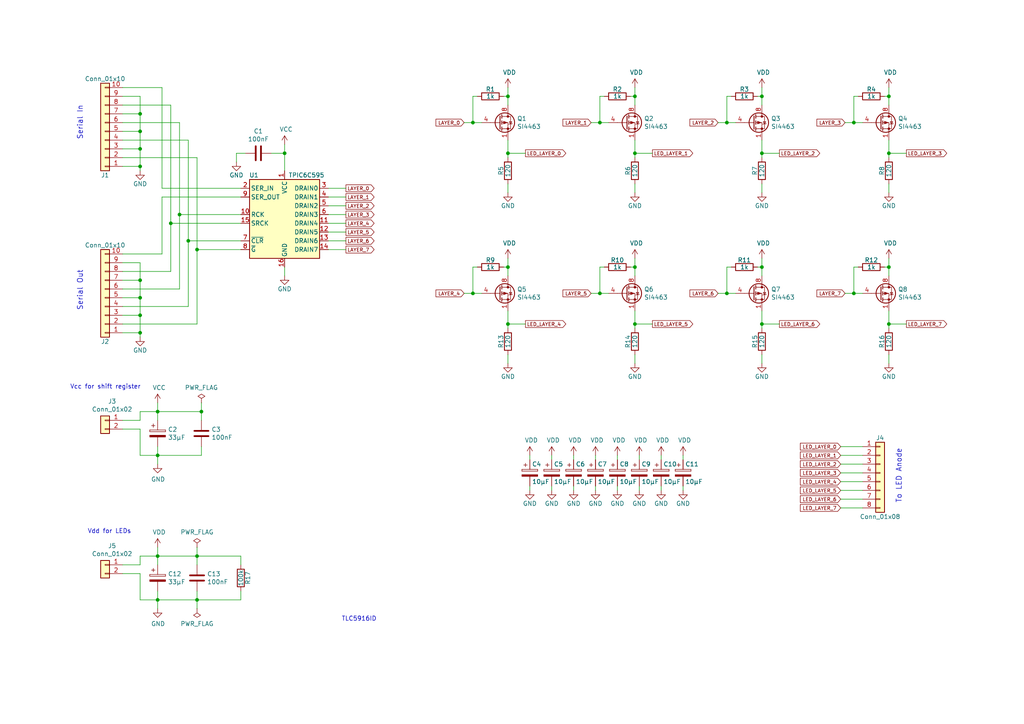
<source format=kicad_sch>
(kicad_sch (version 20230121) (generator eeschema)
  (paper "A4")
  (lib_symbols
    (symbol "Connector_Generic:Conn_01x02" (pin_names (offset 1.016) hide)
      (property "Reference" "J" (at 0 2.54 0))
      (property "Value" "Conn_01x02" (at 0 -5.08 0))
      (symbol "Conn_01x02_1_1"
        (rectangle (start -1.27 -2.413) (end 0 -2.667) (stroke (width 0.1524)))
        (rectangle (start -1.27 0.127) (end 0 -0.127) (stroke (width 0.1524)))
        (rectangle (start -1.27 1.27) (end 1.27 -3.81) (stroke (width 0.254)) (fill (type background)))
        (pin passive line (at -5.08 0 0) (length 3.81) (name "Pin_1") (number "1"))
        (pin passive line (at -5.08 -2.54 0) (length 3.81) (name "Pin_2") (number "2"))
      )
    )
    (symbol "Device:C" (pin_numbers hide) (pin_names (offset 0.254))
      (property "Reference" "C" (at 0.635 2.54 0))
      (property "Value" "C" (at 0.635 -2.54 0))
      (symbol "C_0_1"
        (polyline (pts (xy -2.032 -0.762) (xy 2.032 -0.762)) (stroke (width 0.508)))
        (polyline (pts (xy -2.032 0.762) (xy 2.032 0.762)) (stroke (width 0.508)))
      )
      (symbol "C_1_1"
        (pin passive line (at 0 3.81 270) (length 2.794) (name "~") (number "1"))
        (pin passive line (at 0 -3.81 90) (length 2.794) (name "~") (number "2"))
      )
    )
    (symbol "highSideDriver-rescue:CP" (pin_numbers hide) (pin_names (offset 0.254))
      (property "Reference" "C" (at 0.635 2.54 0))
      (property "Value" "CP" (at 0.635 -2.54 0))
      (symbol "CP_0_1"
        (rectangle (start -2.286 0.508) (end -2.286 1.016))
        (rectangle (start -2.286 0.508) (end 2.286 0.508))
        (polyline (pts (xy -1.778 2.286) (xy -0.762 2.286)))
        (polyline (pts (xy -1.27 2.794) (xy -1.27 1.778)))
        (rectangle (start 2.286 -0.508) (end -2.286 -1.016) (fill (type outline)))
        (rectangle (start 2.286 1.016) (end -2.286 1.016))
        (rectangle (start 2.286 1.016) (end 2.286 0.508))
      )
      (symbol "CP_1_1"
        (pin passive line (at 0 3.81 270) (length 2.794) (name "~") (number "1"))
        (pin passive line (at 0 -3.81 90) (length 2.794) (name "~") (number "2"))
      )
    )
    (symbol "highSideDriver-rescue:CP-Device" (pin_numbers hide) (pin_names (offset 0.254))
      (property "Reference" "C" (at 0.635 2.54 0))
      (property "Value" "Device:CP" (at 0.635 -2.54 0))
      (symbol "CP-Device_0_1"
        (rectangle (start -2.286 0.508) (end -2.286 1.016))
        (rectangle (start -2.286 0.508) (end 2.286 0.508))
        (polyline (pts (xy -1.778 2.286) (xy -0.762 2.286)))
        (polyline (pts (xy -1.27 2.794) (xy -1.27 1.778)))
        (rectangle (start 2.286 -0.508) (end -2.286 -1.016) (fill (type outline)))
        (rectangle (start 2.286 1.016) (end -2.286 1.016))
        (rectangle (start 2.286 1.016) (end 2.286 0.508))
      )
      (symbol "CP-Device_1_1"
        (pin passive line (at 0 3.81 270) (length 2.794) (name "~") (number "1"))
        (pin passive line (at 0 -3.81 90) (length 2.794) (name "~") (number "2"))
      )
    )
    (symbol "highSideDriver-rescue:Conn_01x08" (pin_names (offset 1.016) hide)
      (property "Reference" "J" (at 0 10.16 0))
      (property "Value" "Conn_01x08" (at 0 -12.7 0))
      (symbol "Conn_01x08_1_1"
        (rectangle (start -1.27 -10.033) (end 0 -10.287) (stroke (width 0.1524)))
        (rectangle (start -1.27 -7.493) (end 0 -7.747) (stroke (width 0.1524)))
        (rectangle (start -1.27 -4.953) (end 0 -5.207) (stroke (width 0.1524)))
        (rectangle (start -1.27 -2.413) (end 0 -2.667) (stroke (width 0.1524)))
        (rectangle (start -1.27 0.127) (end 0 -0.127) (stroke (width 0.1524)))
        (rectangle (start -1.27 2.667) (end 0 2.413) (stroke (width 0.1524)))
        (rectangle (start -1.27 5.207) (end 0 4.953) (stroke (width 0.1524)))
        (rectangle (start -1.27 7.747) (end 0 7.493) (stroke (width 0.1524)))
        (rectangle (start -1.27 8.89) (end 1.27 -11.43) (stroke (width 0.254)) (fill (type background)))
        (pin passive line (at -5.08 7.62 0) (length 3.81) (name "Pin_1") (number "1"))
        (pin passive line (at -5.08 5.08 0) (length 3.81) (name "Pin_2") (number "2"))
        (pin passive line (at -5.08 2.54 0) (length 3.81) (name "Pin_3") (number "3"))
        (pin passive line (at -5.08 0 0) (length 3.81) (name "Pin_4") (number "4"))
        (pin passive line (at -5.08 -2.54 0) (length 3.81) (name "Pin_5") (number "5"))
        (pin passive line (at -5.08 -5.08 0) (length 3.81) (name "Pin_6") (number "6"))
        (pin passive line (at -5.08 -7.62 0) (length 3.81) (name "Pin_7") (number "7"))
        (pin passive line (at -5.08 -10.16 0) (length 3.81) (name "Pin_8") (number "8"))
      )
    )
    (symbol "highSideDriver-rescue:Conn_01x10" (pin_names (offset 1.016) hide)
      (property "Reference" "J" (at 0 12.7 0))
      (property "Value" "Conn_01x10" (at 0 -15.24 0))
      (symbol "Conn_01x10_1_1"
        (rectangle (start -1.27 -12.573) (end 0 -12.827) (stroke (width 0.1524)))
        (rectangle (start -1.27 -10.033) (end 0 -10.287) (stroke (width 0.1524)))
        (rectangle (start -1.27 -7.493) (end 0 -7.747) (stroke (width 0.1524)))
        (rectangle (start -1.27 -4.953) (end 0 -5.207) (stroke (width 0.1524)))
        (rectangle (start -1.27 -2.413) (end 0 -2.667) (stroke (width 0.1524)))
        (rectangle (start -1.27 0.127) (end 0 -0.127) (stroke (width 0.1524)))
        (rectangle (start -1.27 2.667) (end 0 2.413) (stroke (width 0.1524)))
        (rectangle (start -1.27 5.207) (end 0 4.953) (stroke (width 0.1524)))
        (rectangle (start -1.27 7.747) (end 0 7.493) (stroke (width 0.1524)))
        (rectangle (start -1.27 10.287) (end 0 10.033) (stroke (width 0.1524)))
        (rectangle (start -1.27 11.43) (end 1.27 -13.97) (stroke (width 0.254)) (fill (type background)))
        (pin passive line (at -5.08 10.16 0) (length 3.81) (name "Pin_1") (number "1"))
        (pin passive line (at -5.08 -12.7 0) (length 3.81) (name "Pin_10") (number "10"))
        (pin passive line (at -5.08 7.62 0) (length 3.81) (name "Pin_2") (number "2"))
        (pin passive line (at -5.08 5.08 0) (length 3.81) (name "Pin_3") (number "3"))
        (pin passive line (at -5.08 2.54 0) (length 3.81) (name "Pin_4") (number "4"))
        (pin passive line (at -5.08 0 0) (length 3.81) (name "Pin_5") (number "5"))
        (pin passive line (at -5.08 -2.54 0) (length 3.81) (name "Pin_6") (number "6"))
        (pin passive line (at -5.08 -5.08 0) (length 3.81) (name "Pin_7") (number "7"))
        (pin passive line (at -5.08 -7.62 0) (length 3.81) (name "Pin_8") (number "8"))
        (pin passive line (at -5.08 -10.16 0) (length 3.81) (name "Pin_9") (number "9"))
      )
    )
    (symbol "highSideDriver-rescue:R" (pin_numbers hide) (pin_names (offset 0))
      (property "Reference" "R" (at 2.032 0 90))
      (property "Value" "R" (at 0 0 90))
      (symbol "R_0_1"
        (rectangle (start -1.016 -2.54) (end 1.016 2.54) (stroke (width 0.254)))
      )
      (symbol "R_1_1"
        (pin passive line (at 0 3.81 270) (length 1.27) (name "~") (number "1"))
        (pin passive line (at 0 -3.81 90) (length 1.27) (name "~") (number "2"))
      )
    )
    (symbol "highSideDriver-rescue:SI4463-00_cosi_transistor" (pin_names (offset 0) hide)
      (property "Reference" "Q" (at 5.08 1.905 0))
      (property "Value" "00_cosi_transistor:SI4463" (at 5.08 0 0))
      (symbol "SI4463-00_cosi_transistor_1_1"
        (polyline (pts (xy -2.54 0) (xy 0.254 0)))
        (polyline (pts (xy 0.762 -1.778) (xy 2.54 -1.778)))
        (polyline (pts (xy 0.762 -1.27) (xy 0.762 -2.286)) (stroke (width 0.254)))
        (polyline (pts (xy 0.762 0) (xy 2.54 0)))
        (polyline (pts (xy 0.762 0.508) (xy 0.762 -0.508)) (stroke (width 0.254)))
        (polyline (pts (xy 0.762 1.778) (xy 2.54 1.778)))
        (polyline (pts (xy 0.762 2.286) (xy 0.762 1.27)) (stroke (width 0.254)))
        (polyline (pts (xy 2.54 -1.778) (xy 2.54 -2.54)))
        (polyline (pts (xy 2.54 -1.778) (xy 2.54 0)))
        (polyline (pts (xy 2.54 2.54) (xy 2.54 1.778)))
        (polyline (pts (xy 0.254 1.905) (xy 0.254 -1.905) (xy 0.254 -1.905)) (stroke (width 0.254)))
        (polyline (pts (xy 2.286 0) (xy 1.27 -0.381) (xy 1.27 0.381) (xy 2.286 0)) (fill (type outline)))
        (polyline (pts (xy 2.54 -1.778) (xy 3.302 -1.778) (xy 3.302 1.778) (xy 2.54 1.778)))
        (polyline (pts (xy 2.794 -0.508) (xy 2.921 -0.381) (xy 3.683 -0.381) (xy 3.81 -0.254)))
        (polyline (pts (xy 3.302 -0.381) (xy 2.921 0.254) (xy 3.683 0.254) (xy 3.302 -0.381)))
        (circle (center 1.651 0) (radius 2.8194) (stroke (width 0.254)))
        (circle (center 2.54 -1.778) (radius 0.2794) (fill (type outline)))
        (circle (center 2.54 1.778) (radius 0.2794) (fill (type outline)))
        (pin passive line (at 2.54 -5.08 90) (length 2.54) (name "S") (number "1"))
        (pin passive line (at 2.54 -5.08 90) (length 2.54) hide (name "S") (number "2"))
        (pin passive line (at 2.54 -5.08 90) (length 2.54) hide (name "S") (number "3"))
        (pin passive line (at -5.08 0 0) (length 2.54) (name "G") (number "4"))
        (pin passive line (at 2.54 5.08 270) (length 2.54) hide (name "D") (number "5"))
        (pin passive line (at 2.54 5.08 270) (length 2.54) hide (name "D") (number "6"))
        (pin passive line (at 2.54 5.08 270) (length 2.54) hide (name "D") (number "7"))
        (pin passive line (at 2.54 5.08 270) (length 2.54) (name "D") (number "8"))
      )
    )
    (symbol "highSideDriver-rescue:TPIC6C595" (pin_names (offset 0.381))
      (property "Reference" "U" (at -8.89 12.7 0))
      (property "Value" "TPIC6C595" (at 6.35 12.7 0))
      (symbol "TPIC6C595_0_1"
        (rectangle (start -10.16 11.43) (end 10.16 -11.43) (stroke (width 0.254)) (fill (type background)))
      )
      (symbol "TPIC6C595_1_1"
        (pin power_in line (at 0 13.97 270) (length 2.54) (name "VCC") (number "1"))
        (pin input line (at -12.7 1.27 0) (length 2.54) (name "RCK") (number "10"))
        (pin open_collector line (at 12.7 -1.27 180) (length 2.54) (name "DRAIN4") (number "11"))
        (pin open_collector line (at 12.7 -3.81 180) (length 2.54) (name "DRAIN5") (number "12"))
        (pin open_collector line (at 12.7 -6.35 180) (length 2.54) (name "DRAIN6") (number "13"))
        (pin open_collector line (at 12.7 -8.89 180) (length 2.54) (name "DRAIN7") (number "14"))
        (pin input line (at -12.7 -1.27 0) (length 2.54) (name "SRCK") (number "15"))
        (pin power_in line (at 0 -13.97 90) (length 2.54) (name "GND") (number "16"))
        (pin input line (at -12.7 8.89 0) (length 2.54) (name "SER_IN") (number "2"))
        (pin open_collector line (at 12.7 8.89 180) (length 2.54) (name "DRAIN0") (number "3"))
        (pin open_collector line (at 12.7 6.35 180) (length 2.54) (name "DRAIN1") (number "4"))
        (pin open_collector line (at 12.7 3.81 180) (length 2.54) (name "DRAIN2") (number "5"))
        (pin open_collector line (at 12.7 1.27 180) (length 2.54) (name "DRAIN3") (number "6"))
        (pin input line (at -12.7 -6.35 0) (length 2.54) (name "~{CLR}") (number "7"))
        (pin input line (at -12.7 -8.89 0) (length 2.54) (name "~{G}") (number "8"))
        (pin input line (at -12.7 6.35 0) (length 2.54) (name "SER_OUT") (number "9"))
      )
    )
    (symbol "power:GND" (power) (pin_names (offset 0))
      (property "Value" "GND" (at 0 -3.81 0))
      (symbol "GND_0_1"
        (polyline (pts (xy 0 0) (xy 0 -1.27) (xy 1.27 -1.27) (xy 0 -2.54) (xy -1.27 -1.27) (xy 0 -1.27)))
      )
      (symbol "GND_1_1"
        (pin power_in line (at 0 0 270) (length 0) hide (name "GND") (number "1"))
      )
    )
    (symbol "power:PWR_FLAG" (power) (pin_numbers hide) (pin_names (offset 0) hide)
      (property "Value" "PWR_FLAG" (at 0 3.81 0))
      (symbol "PWR_FLAG_0_0"
        (pin power_out line (at 0 0 90) (length 0) (name "pwr") (number "1"))
      )
      (symbol "PWR_FLAG_0_1"
        (polyline (pts (xy 0 0) (xy 0 1.27) (xy -1.016 1.905) (xy 0 2.54) (xy 1.016 1.905) (xy 0 1.27)))
      )
    )
    (symbol "power:VCC" (power) (pin_names (offset 0))
      (property "Value" "VCC" (at 0 3.81 0))
      (symbol "VCC_0_1"
        (polyline (pts (xy -0.762 1.27) (xy 0 2.54)))
        (polyline (pts (xy 0 0) (xy 0 2.54)))
        (polyline (pts (xy 0 2.54) (xy 0.762 1.27)))
      )
      (symbol "VCC_1_1"
        (pin power_in line (at 0 0 90) (length 0) hide (name "VCC") (number "1"))
      )
    )
    (symbol "power:VDD" (power) (pin_names (offset 0))
      (property "Value" "VDD" (at 0 3.81 0))
      (symbol "VDD_0_1"
        (polyline (pts (xy -0.762 1.27) (xy 0 2.54)))
        (polyline (pts (xy 0 0) (xy 0 2.54)))
        (polyline (pts (xy 0 2.54) (xy 0.762 1.27)))
      )
      (symbol "VDD_1_1"
        (pin power_in line (at 0 0 90) (length 0) hide (name "VDD") (number "1"))
      )
    )
  )
  (junction (at 45.72 161.29))
  (junction (at 184.15 77.47))
  (junction (at 257.81 44.45))
  (junction (at 57.15 161.29))
  (junction (at 247.65 85.09))
  (junction (at 45.72 173.99))
  (junction (at 257.81 93.98))
  (junction (at 184.15 44.45))
  (junction (at 220.98 77.47))
  (junction (at 52.07 62.23))
  (junction (at 147.32 44.45))
  (junction (at 257.81 77.47))
  (junction (at 210.82 35.56))
  (junction (at 40.64 48.26))
  (junction (at 58.42 119.38))
  (junction (at 247.65 35.56))
  (junction (at 40.64 33.02))
  (junction (at 40.64 86.36))
  (junction (at 173.99 85.09))
  (junction (at 54.61 69.85))
  (junction (at 220.98 44.45))
  (junction (at 49.53 64.77))
  (junction (at 220.98 27.94))
  (junction (at 147.32 77.47))
  (junction (at 82.55 44.45))
  (junction (at 57.15 173.99))
  (junction (at 147.32 27.94))
  (junction (at 220.98 93.98))
  (junction (at 40.64 38.1))
  (junction (at 147.32 93.98))
  (junction (at 40.64 91.44))
  (junction (at 40.64 96.52))
  (junction (at 257.81 27.94))
  (junction (at 45.72 119.38))
  (junction (at 45.72 132.08))
  (junction (at 210.82 85.09))
  (junction (at 184.15 93.98))
  (junction (at 57.15 72.39))
  (junction (at 137.16 85.09))
  (junction (at 40.64 81.28))
  (junction (at 40.64 43.18))
  (junction (at 173.99 35.56))
  (junction (at 184.15 27.94))
  (junction (at 137.16 35.56))
  (wire (pts (xy 35.56 45.72) (xy 57.15 45.72)))
  (wire (pts (xy 40.64 76.2) (xy 40.64 81.28)))
  (wire (pts (xy 173.99 27.94) (xy 173.99 35.56)))
  (wire (pts (xy 220.98 74.93) (xy 220.98 77.47)))
  (wire (pts (xy 147.32 44.45) (xy 152.4 44.45)))
  (wire (pts (xy 247.65 35.56) (xy 250.19 35.56)))
  (wire (pts (xy 100.33 64.77) (xy 95.25 64.77)))
  (wire (pts (xy 257.81 53.34) (xy 257.81 55.88)))
  (wire (pts (xy 46.99 25.4) (xy 35.56 25.4)))
  (wire (pts (xy 147.32 40.64) (xy 147.32 44.45)))
  (wire (pts (xy 45.72 161.29) (xy 57.15 161.29)))
  (wire (pts (xy 35.56 40.64) (xy 54.61 40.64)))
  (wire (pts (xy 35.56 76.2) (xy 40.64 76.2)))
  (wire (pts (xy 172.72 132.08) (xy 172.72 133.35)))
  (wire (pts (xy 257.81 27.94) (xy 257.81 30.48)))
  (wire (pts (xy 147.32 25.4) (xy 147.32 27.94)))
  (wire (pts (xy 40.64 43.18) (xy 40.64 48.26)))
  (wire (pts (xy 100.33 69.85) (xy 95.25 69.85)))
  (wire (pts (xy 40.64 86.36) (xy 40.64 91.44)))
  (wire (pts (xy 95.25 62.23) (xy 100.33 62.23)))
  (wire (pts (xy 57.15 158.75) (xy 57.15 161.29)))
  (wire (pts (xy 184.15 40.64) (xy 184.15 44.45)))
  (wire (pts (xy 58.42 119.38) (xy 58.42 121.92)))
  (wire (pts (xy 40.64 86.36) (xy 35.56 86.36)))
  (wire (pts (xy 40.64 91.44) (xy 40.64 96.52)))
  (wire (pts (xy 184.15 25.4) (xy 184.15 27.94)))
  (wire (pts (xy 247.65 27.94) (xy 247.65 35.56)))
  (wire (pts (xy 95.25 67.31) (xy 100.33 67.31)))
  (wire (pts (xy 184.15 53.34) (xy 184.15 55.88)))
  (wire (pts (xy 147.32 53.34) (xy 147.32 55.88)))
  (wire (pts (xy 45.72 171.45) (xy 45.72 173.99)))
  (wire (pts (xy 95.25 72.39) (xy 100.33 72.39)))
  (wire (pts (xy 245.11 35.56) (xy 247.65 35.56)))
  (wire (pts (xy 57.15 93.98) (xy 35.56 93.98)))
  (wire (pts (xy 210.82 77.47) (xy 212.09 77.47)))
  (wire (pts (xy 147.32 74.93) (xy 147.32 77.47)))
  (wire (pts (xy 220.98 40.64) (xy 220.98 44.45)))
  (wire (pts (xy 45.72 161.29) (xy 40.64 161.29)))
  (wire (pts (xy 191.77 142.24) (xy 191.77 140.97)))
  (wire (pts (xy 257.81 77.47) (xy 257.81 80.01)))
  (wire (pts (xy 40.64 81.28) (xy 35.56 81.28)))
  (wire (pts (xy 257.81 74.93) (xy 257.81 77.47)))
  (wire (pts (xy 137.16 35.56) (xy 139.7 35.56)))
  (wire (pts (xy 82.55 44.45) (xy 78.74 44.45)))
  (wire (pts (xy 40.64 166.37) (xy 40.64 173.99)))
  (wire (pts (xy 160.02 132.08) (xy 160.02 133.35)))
  (wire (pts (xy 46.99 57.15) (xy 46.99 73.66)))
  (wire (pts (xy 220.98 93.98) (xy 220.98 95.25)))
  (wire (pts (xy 57.15 72.39) (xy 57.15 93.98)))
  (wire (pts (xy 257.81 90.17) (xy 257.81 93.98)))
  (wire (pts (xy 40.64 161.29) (xy 40.64 163.83)))
  (wire (pts (xy 220.98 44.45) (xy 226.06 44.45)))
  (wire (pts (xy 220.98 93.98) (xy 226.06 93.98)))
  (wire (pts (xy 153.67 133.35) (xy 153.67 132.08)))
  (wire (pts (xy 35.56 38.1) (xy 40.64 38.1)))
  (wire (pts (xy 35.56 43.18) (xy 40.64 43.18)))
  (wire (pts (xy 172.72 142.24) (xy 172.72 140.97)))
  (wire (pts (xy 45.72 132.08) (xy 58.42 132.08)))
  (wire (pts (xy 69.85 57.15) (xy 46.99 57.15)))
  (wire (pts (xy 100.33 59.69) (xy 95.25 59.69)))
  (wire (pts (xy 166.37 142.24) (xy 166.37 140.97)))
  (wire (pts (xy 243.84 144.78) (xy 250.19 144.78)))
  (wire (pts (xy 248.92 27.94) (xy 247.65 27.94)))
  (wire (pts (xy 40.64 91.44) (xy 35.56 91.44)))
  (wire (pts (xy 175.26 27.94) (xy 173.99 27.94)))
  (wire (pts (xy 245.11 85.09) (xy 247.65 85.09)))
  (wire (pts (xy 146.05 27.94) (xy 147.32 27.94)))
  (wire (pts (xy 210.82 27.94) (xy 212.09 27.94)))
  (wire (pts (xy 40.64 124.46) (xy 40.64 132.08)))
  (wire (pts (xy 40.64 38.1) (xy 40.64 43.18)))
  (wire (pts (xy 191.77 132.08) (xy 191.77 133.35)))
  (wire (pts (xy 40.64 48.26) (xy 40.64 49.53)))
  (wire (pts (xy 173.99 77.47) (xy 173.99 85.09)))
  (wire (pts (xy 40.64 33.02) (xy 40.64 38.1)))
  (wire (pts (xy 52.07 35.56) (xy 52.07 62.23)))
  (wire (pts (xy 45.72 116.84) (xy 45.72 119.38)))
  (wire (pts (xy 257.81 93.98) (xy 257.81 95.25)))
  (wire (pts (xy 184.15 93.98) (xy 189.23 93.98)))
  (wire (pts (xy 57.15 176.53) (xy 57.15 173.99)))
  (wire (pts (xy 147.32 27.94) (xy 147.32 30.48)))
  (wire (pts (xy 256.54 27.94) (xy 257.81 27.94)))
  (wire (pts (xy 210.82 85.09) (xy 213.36 85.09)))
  (wire (pts (xy 208.28 85.09) (xy 210.82 85.09)))
  (wire (pts (xy 49.53 78.74) (xy 35.56 78.74)))
  (wire (pts (xy 46.99 25.4) (xy 46.99 54.61)))
  (wire (pts (xy 220.98 90.17) (xy 220.98 93.98)))
  (wire (pts (xy 82.55 44.45) (xy 82.55 49.53)))
  (wire (pts (xy 138.43 77.47) (xy 137.16 77.47)))
  (wire (pts (xy 147.32 102.87) (xy 147.32 105.41)))
  (wire (pts (xy 184.15 44.45) (xy 184.15 45.72)))
  (wire (pts (xy 220.98 27.94) (xy 220.98 30.48)))
  (wire (pts (xy 184.15 74.93) (xy 184.15 77.47)))
  (wire (pts (xy 185.42 142.24) (xy 185.42 140.97)))
  (wire (pts (xy 35.56 163.83) (xy 40.64 163.83)))
  (wire (pts (xy 250.19 137.16) (xy 243.84 137.16)))
  (wire (pts (xy 184.15 77.47) (xy 184.15 80.01)))
  (wire (pts (xy 54.61 69.85) (xy 69.85 69.85)))
  (wire (pts (xy 95.25 57.15) (xy 100.33 57.15)))
  (wire (pts (xy 68.58 46.99) (xy 68.58 44.45)))
  (wire (pts (xy 35.56 48.26) (xy 40.64 48.26)))
  (wire (pts (xy 257.81 40.64) (xy 257.81 44.45)))
  (wire (pts (xy 182.88 27.94) (xy 184.15 27.94)))
  (wire (pts (xy 137.16 77.47) (xy 137.16 85.09)))
  (wire (pts (xy 45.72 119.38) (xy 45.72 121.92)))
  (wire (pts (xy 82.55 41.91) (xy 82.55 44.45)))
  (wire (pts (xy 257.81 44.45) (xy 257.81 45.72)))
  (wire (pts (xy 40.64 132.08) (xy 45.72 132.08)))
  (wire (pts (xy 220.98 77.47) (xy 220.98 80.01)))
  (wire (pts (xy 247.65 77.47) (xy 247.65 85.09)))
  (wire (pts (xy 198.12 142.24) (xy 198.12 140.97)))
  (wire (pts (xy 184.15 102.87) (xy 184.15 105.41)))
  (wire (pts (xy 49.53 64.77) (xy 69.85 64.77)))
  (wire (pts (xy 171.45 85.09) (xy 173.99 85.09)))
  (wire (pts (xy 166.37 132.08) (xy 166.37 133.35)))
  (wire (pts (xy 184.15 77.47) (xy 182.88 77.47)))
  (wire (pts (xy 243.84 139.7) (xy 250.19 139.7)))
  (wire (pts (xy 160.02 142.24) (xy 160.02 140.97)))
  (wire (pts (xy 173.99 85.09) (xy 176.53 85.09)))
  (wire (pts (xy 35.56 166.37) (xy 40.64 166.37)))
  (wire (pts (xy 184.15 93.98) (xy 184.15 95.25)))
  (wire (pts (xy 257.81 77.47) (xy 256.54 77.47)))
  (wire (pts (xy 54.61 40.64) (xy 54.61 69.85)))
  (wire (pts (xy 45.72 134.62) (xy 45.72 132.08)))
  (wire (pts (xy 171.45 35.56) (xy 173.99 35.56)))
  (wire (pts (xy 137.16 27.94) (xy 137.16 35.56)))
  (wire (pts (xy 40.64 27.94) (xy 40.64 33.02)))
  (wire (pts (xy 40.64 119.38) (xy 40.64 121.92)))
  (wire (pts (xy 69.85 72.39) (xy 57.15 72.39)))
  (wire (pts (xy 220.98 44.45) (xy 220.98 45.72)))
  (wire (pts (xy 210.82 27.94) (xy 210.82 35.56)))
  (wire (pts (xy 46.99 54.61) (xy 69.85 54.61)))
  (wire (pts (xy 40.64 81.28) (xy 40.64 86.36)))
  (wire (pts (xy 45.72 161.29) (xy 45.72 163.83)))
  (wire (pts (xy 134.62 85.09) (xy 137.16 85.09)))
  (wire (pts (xy 184.15 44.45) (xy 189.23 44.45)))
  (wire (pts (xy 198.12 132.08) (xy 198.12 133.35)))
  (wire (pts (xy 46.99 73.66) (xy 35.56 73.66)))
  (wire (pts (xy 147.32 93.98) (xy 152.4 93.98)))
  (wire (pts (xy 45.72 129.54) (xy 45.72 132.08)))
  (wire (pts (xy 57.15 173.99) (xy 57.15 171.45)))
  (wire (pts (xy 220.98 25.4) (xy 220.98 27.94)))
  (wire (pts (xy 184.15 27.94) (xy 184.15 30.48)))
  (wire (pts (xy 57.15 161.29) (xy 69.85 161.29)))
  (wire (pts (xy 248.92 77.47) (xy 247.65 77.47)))
  (wire (pts (xy 134.62 35.56) (xy 137.16 35.56)))
  (wire (pts (xy 220.98 102.87) (xy 220.98 105.41)))
  (wire (pts (xy 147.32 90.17) (xy 147.32 93.98)))
  (wire (pts (xy 40.64 96.52) (xy 40.64 97.79)))
  (wire (pts (xy 52.07 62.23) (xy 52.07 83.82)))
  (wire (pts (xy 52.07 83.82) (xy 35.56 83.82)))
  (wire (pts (xy 247.65 85.09) (xy 250.19 85.09)))
  (wire (pts (xy 57.15 173.99) (xy 69.85 173.99)))
  (wire (pts (xy 179.07 132.08) (xy 179.07 133.35)))
  (wire (pts (xy 52.07 62.23) (xy 69.85 62.23)))
  (wire (pts (xy 185.42 132.08) (xy 185.42 133.35)))
  (wire (pts (xy 175.26 77.47) (xy 173.99 77.47)))
  (wire (pts (xy 257.81 93.98) (xy 262.89 93.98)))
  (wire (pts (xy 95.25 54.61) (xy 100.33 54.61)))
  (wire (pts (xy 35.56 33.02) (xy 40.64 33.02)))
  (wire (pts (xy 57.15 161.29) (xy 57.15 163.83)))
  (wire (pts (xy 69.85 171.45) (xy 69.85 173.99)))
  (wire (pts (xy 137.16 85.09) (xy 139.7 85.09)))
  (wire (pts (xy 45.72 119.38) (xy 58.42 119.38)))
  (wire (pts (xy 82.55 80.01) (xy 82.55 77.47)))
  (wire (pts (xy 179.07 142.24) (xy 179.07 140.97)))
  (wire (pts (xy 220.98 53.34) (xy 220.98 55.88)))
  (wire (pts (xy 45.72 173.99) (xy 57.15 173.99)))
  (wire (pts (xy 35.56 30.48) (xy 49.53 30.48)))
  (wire (pts (xy 219.71 27.94) (xy 220.98 27.94)))
  (wire (pts (xy 35.56 121.92) (xy 40.64 121.92)))
  (wire (pts (xy 208.28 35.56) (xy 210.82 35.56)))
  (wire (pts (xy 257.81 25.4) (xy 257.81 27.94)))
  (wire (pts (xy 210.82 35.56) (xy 213.36 35.56)))
  (wire (pts (xy 45.72 119.38) (xy 40.64 119.38)))
  (wire (pts (xy 35.56 124.46) (xy 40.64 124.46)))
  (wire (pts (xy 138.43 27.94) (xy 137.16 27.94)))
  (wire (pts (xy 58.42 132.08) (xy 58.42 129.54)))
  (wire (pts (xy 257.81 102.87) (xy 257.81 105.41)))
  (wire (pts (xy 49.53 30.48) (xy 49.53 64.77)))
  (wire (pts (xy 250.19 132.08) (xy 243.84 132.08)))
  (wire (pts (xy 68.58 44.45) (xy 71.12 44.45)))
  (wire (pts (xy 40.64 173.99) (xy 45.72 173.99)))
  (wire (pts (xy 257.81 44.45) (xy 262.89 44.45)))
  (wire (pts (xy 45.72 158.75) (xy 45.72 161.29)))
  (wire (pts (xy 147.32 44.45) (xy 147.32 45.72)))
  (wire (pts (xy 69.85 161.29) (xy 69.85 163.83)))
  (wire (pts (xy 57.15 45.72) (xy 57.15 72.39)))
  (wire (pts (xy 184.15 90.17) (xy 184.15 93.98)))
  (wire (pts (xy 49.53 64.77) (xy 49.53 78.74)))
  (wire (pts (xy 40.64 96.52) (xy 35.56 96.52)))
  (wire (pts (xy 250.19 142.24) (xy 243.84 142.24)))
  (wire (pts (xy 210.82 77.47) (xy 210.82 85.09)))
  (wire (pts (xy 54.61 88.9) (xy 35.56 88.9)))
  (wire (pts (xy 58.42 116.84) (xy 58.42 119.38)))
  (wire (pts (xy 243.84 134.62) (xy 250.19 134.62)))
  (wire (pts (xy 147.32 77.47) (xy 147.32 80.01)))
  (wire (pts (xy 35.56 35.56) (xy 52.07 35.56)))
  (wire (pts (xy 220.98 77.47) (xy 219.71 77.47)))
  (wire (pts (xy 173.99 35.56) (xy 176.53 35.56)))
  (wire (pts (xy 35.56 27.94) (xy 40.64 27.94)))
  (wire (pts (xy 243.84 129.54) (xy 250.19 129.54)))
  (wire (pts (xy 147.32 77.47) (xy 146.05 77.47)))
  (wire (pts (xy 250.19 147.32) (xy 243.84 147.32)))
  (wire (pts (xy 54.61 69.85) (xy 54.61 88.9)))
  (wire (pts (xy 153.67 142.24) (xy 153.67 140.97)))
  (wire (pts (xy 45.72 176.53) (xy 45.72 173.99)))
  (wire (pts (xy 147.32 93.98) (xy 147.32 95.25)))
  (text "Serial In" (at 24.13 40.64 90) (effects (font (size 1.524 1.524)) (justify left bottom)))
  (text "Vcc for shift register" (at 20.32 113.03 0) (effects (font (size 1.27 1.27)) (justify left bottom)))
  (text "TLC5916ID" (at 99.06 180.34 0) (effects (font (size 1.27 1.27)) (justify left bottom)))
  (text "To LED Anode" (at 261.62 146.05 90) (effects (font (size 1.524 1.524)) (justify left bottom)))
  (text "Vdd for LEDs" (at 25.4 154.94 0) (effects (font (size 1.27 1.27)) (justify left bottom)))
  (text "Serial Out" (at 24.13 90.17 90) (effects (font (size 1.524 1.524)) (justify left bottom)))
  (global_label "LAYER_0" (shape input) (at 134.62 35.56 180) (effects (font (size 1.016 1.016))) (property "Intersheetrefs" "${INTERSHEET_REFS}" (effects hide)))
  (global_label "LAYER_5" (shape output) (at 100.33 67.31 0) (effects (font (size 1.016 1.016))) (property "Intersheetrefs" "${INTERSHEET_REFS}" (effects hide)))
  (global_label "LAYER_3" (shape output) (at 100.33 62.23 0) (effects (font (size 1.016 1.016))) (property "Intersheetrefs" "${INTERSHEET_REFS}" (effects hide)))
  (global_label "LED_LAYER_7" (shape output) (at 262.89 93.98 0) (effects (font (size 1.016 1.016))) (property "Intersheetrefs" "${INTERSHEET_REFS}" (effects hide)))
  (global_label "LAYER_6" (shape output) (at 100.33 69.85 0) (effects (font (size 1.016 1.016))) (property "Intersheetrefs" "${INTERSHEET_REFS}" (effects hide)))
  (global_label "LAYER_4" (shape output) (at 100.33 64.77 0) (effects (font (size 1.016 1.016))) (property "Intersheetrefs" "${INTERSHEET_REFS}" (effects hide)))
  (global_label "LAYER_4" (shape input) (at 134.62 85.09 180) (effects (font (size 1.016 1.016))) (property "Intersheetrefs" "${INTERSHEET_REFS}" (effects hide)))
  (global_label "LED_LAYER_3" (shape input) (at 243.84 137.16 180) (effects (font (size 1.016 1.016))) (property "Intersheetrefs" "${INTERSHEET_REFS}" (effects hide)))
  (global_label "LAYER_3" (shape input) (at 245.11 35.56 180) (effects (font (size 1.016 1.016))) (property "Intersheetrefs" "${INTERSHEET_REFS}" (effects hide)))
  (global_label "LED_LAYER_3" (shape output) (at 262.89 44.45 0) (effects (font (size 1.016 1.016))) (property "Intersheetrefs" "${INTERSHEET_REFS}" (effects hide)))
  (global_label "LAYER_7" (shape input) (at 245.11 85.09 180) (effects (font (size 1.016 1.016))) (property "Intersheetrefs" "${INTERSHEET_REFS}" (effects hide)))
  (global_label "LAYER_1" (shape input) (at 171.45 35.56 180) (effects (font (size 1.016 1.016))) (property "Intersheetrefs" "${INTERSHEET_REFS}" (effects hide)))
  (global_label "LED_LAYER_5" (shape output) (at 189.23 93.98 0) (effects (font (size 1.016 1.016))) (property "Intersheetrefs" "${INTERSHEET_REFS}" (effects hide)))
  (global_label "LED_LAYER_0" (shape output) (at 152.4 44.45 0) (effects (font (size 1.016 1.016))) (property "Intersheetrefs" "${INTERSHEET_REFS}" (effects hide)))
  (global_label "LAYER_6" (shape input) (at 208.28 85.09 180) (effects (font (size 1.016 1.016))) (property "Intersheetrefs" "${INTERSHEET_REFS}" (effects hide)))
  (global_label "LED_LAYER_2" (shape input) (at 243.84 134.62 180) (effects (font (size 1.016 1.016))) (property "Intersheetrefs" "${INTERSHEET_REFS}" (effects hide)))
  (global_label "LAYER_7" (shape output) (at 100.33 72.39 0) (effects (font (size 1.016 1.016))) (property "Intersheetrefs" "${INTERSHEET_REFS}" (effects hide)))
  (global_label "LED_LAYER_1" (shape output) (at 189.23 44.45 0) (effects (font (size 1.016 1.016))) (property "Intersheetrefs" "${INTERSHEET_REFS}" (effects hide)))
  (global_label "LED_LAYER_7" (shape input) (at 243.84 147.32 180) (effects (font (size 1.016 1.016))) (property "Intersheetrefs" "${INTERSHEET_REFS}" (effects hide)))
  (global_label "LAYER_2" (shape output) (at 100.33 59.69 0) (effects (font (size 1.016 1.016))) (property "Intersheetrefs" "${INTERSHEET_REFS}" (effects hide)))
  (global_label "LED_LAYER_5" (shape input) (at 243.84 142.24 180) (effects (font (size 1.016 1.016))) (property "Intersheetrefs" "${INTERSHEET_REFS}" (effects hide)))
  (global_label "LED_LAYER_6" (shape input) (at 243.84 144.78 180) (effects (font (size 1.016 1.016))) (property "Intersheetrefs" "${INTERSHEET_REFS}" (effects hide)))
  (global_label "LAYER_2" (shape input) (at 208.28 35.56 180) (effects (font (size 1.016 1.016))) (property "Intersheetrefs" "${INTERSHEET_REFS}" (effects hide)))
  (global_label "LAYER_1" (shape output) (at 100.33 57.15 0) (effects (font (size 1.016 1.016))) (property "Intersheetrefs" "${INTERSHEET_REFS}" (effects hide)))
  (global_label "LED_LAYER_2" (shape output) (at 226.06 44.45 0) (effects (font (size 1.016 1.016))) (property "Intersheetrefs" "${INTERSHEET_REFS}" (effects hide)))
  (global_label "LAYER_0" (shape output) (at 100.33 54.61 0) (effects (font (size 1.016 1.016))) (property "Intersheetrefs" "${INTERSHEET_REFS}" (effects hide)))
  (global_label "LED_LAYER_0" (shape input) (at 243.84 129.54 180) (effects (font (size 1.016 1.016))) (property "Intersheetrefs" "${INTERSHEET_REFS}" (effects hide)))
  (global_label "LED_LAYER_1" (shape input) (at 243.84 132.08 180) (effects (font (size 1.016 1.016))) (property "Intersheetrefs" "${INTERSHEET_REFS}" (effects hide)))
  (global_label "LAYER_5" (shape input) (at 171.45 85.09 180) (effects (font (size 1.016 1.016))) (property "Intersheetrefs" "${INTERSHEET_REFS}" (effects hide)))
  (global_label "LED_LAYER_6" (shape output) (at 226.06 93.98 0) (effects (font (size 1.016 1.016))) (property "Intersheetrefs" "${INTERSHEET_REFS}" (effects hide)))
  (global_label "LED_LAYER_4" (shape output) (at 152.4 93.98 0) (effects (font (size 1.016 1.016))) (property "Intersheetrefs" "${INTERSHEET_REFS}" (effects hide)))
  (global_label "LED_LAYER_4" (shape input) (at 243.84 139.7 180) (effects (font (size 1.016 1.016))) (property "Intersheetrefs" "${INTERSHEET_REFS}" (effects hide)))
  (symbol (lib_id "power:GND") (at 153.67 142.24 0) (unit 1)
    (property "Reference" "#PWR032" (effects hide))
    (property "Value" "GND" (at 153.67 146.05 0))
  )
  (symbol (lib_id "highSideDriver-rescue:Conn_01x08") (at 255.27 137.16 0) (unit 1)
    (property "Reference" "J4" (at 255.27 127 0))
    (property "Value" "Conn_01x08" (at 255.27 149.86 0))
    (property "Footprint" "Connector_Phoenix_MSTB:PhoenixContact_MSTBA_2,5_8-G-5,08_1x08_P5.08mm_Horizontal" (effects hide))
  )
  (symbol (lib_id "highSideDriver-rescue:R") (at 147.32 49.53 180) (unit 1)
    (property "Reference" "R5" (at 145.288 49.53 90))
    (property "Value" "120" (at 147.32 49.53 90))
    (property "Footprint" "Resistor_SMD:R_0603_1608Metric_Pad0.99x1.00mm_HandSolder" (effects hide))
  )
  (symbol (lib_id "power:GND") (at 147.32 55.88 0) (unit 1)
    (property "Reference" "#PWR08" (effects hide))
    (property "Value" "GND" (at 147.32 59.69 0))
  )
  (symbol (lib_id "highSideDriver-rescue:R") (at 142.24 27.94 90) (unit 1)
    (property "Reference" "R1" (at 142.24 25.908 90))
    (property "Value" "1k" (at 142.24 27.94 90))
    (property "Footprint" "Resistor_THT:R_Axial_DIN0204_L3.6mm_D1.6mm_P7.62mm_Horizontal" (effects hide))
  )
  (symbol (lib_id "highSideDriver-rescue:CP") (at 153.67 137.16 0) (unit 1)
    (property "Reference" "C4" (at 154.305 134.62 0) (effects (justify left)))
    (property "Value" "10µF" (at 154.305 139.7 0) (effects (justify left)))
    (property "Footprint" "Capacitor_THT:CP_Radial_D7.5mm_P2.50mm" (effects hide))
  )
  (symbol (lib_id "power:GND") (at 160.02 142.24 0) (unit 1)
    (property "Reference" "#PWR033" (effects hide))
    (property "Value" "GND" (at 160.02 146.05 0))
  )
  (symbol (lib_id "power:GND") (at 166.37 142.24 0) (unit 1)
    (property "Reference" "#PWR034" (effects hide))
    (property "Value" "GND" (at 166.37 146.05 0))
  )
  (symbol (lib_id "power:GND") (at 172.72 142.24 0) (unit 1)
    (property "Reference" "#PWR035" (effects hide))
    (property "Value" "GND" (at 172.72 146.05 0))
  )
  (symbol (lib_id "power:GND") (at 179.07 142.24 0) (unit 1)
    (property "Reference" "#PWR036" (effects hide))
    (property "Value" "GND" (at 179.07 146.05 0))
  )
  (symbol (lib_id "power:GND") (at 185.42 142.24 0) (unit 1)
    (property "Reference" "#PWR037" (effects hide))
    (property "Value" "GND" (at 185.42 146.05 0))
  )
  (symbol (lib_id "power:GND") (at 191.77 142.24 0) (unit 1)
    (property "Reference" "#PWR038" (effects hide))
    (property "Value" "GND" (at 191.77 146.05 0))
  )
  (symbol (lib_id "power:GND") (at 198.12 142.24 0) (unit 1)
    (property "Reference" "#PWR039" (effects hide))
    (property "Value" "GND" (at 198.12 146.05 0))
  )
  (symbol (lib_id "highSideDriver-rescue:R") (at 69.85 167.64 0) (unit 1)
    (property "Reference" "R17" (at 71.882 167.64 90))
    (property "Value" "100k" (at 69.85 167.64 90))
    (property "Footprint" "Resistor_THT:R_Axial_DIN0204_L3.6mm_D1.6mm_P7.62mm_Horizontal" (effects hide))
  )
  (symbol (lib_id "highSideDriver-rescue:Conn_01x10") (at 30.48 38.1 180) (unit 1)
    (property "Reference" "J1" (at 30.48 50.8 0))
    (property "Value" "Conn_01x10" (at 30.48 22.86 0))
    (property "Footprint" "Connector_IDC:IDC-Header_2x05_P2.54mm_Vertical" (effects hide))
  )
  (symbol (lib_id "power:GND") (at 40.64 49.53 0) (unit 1)
    (property "Reference" "#PWR07" (effects hide))
    (property "Value" "GND" (at 40.64 53.34 0))
  )
  (symbol (lib_id "highSideDriver-rescue:TPIC6C595") (at 82.55 63.5 0) (unit 1)
    (property "Reference" "U1" (at 73.66 50.8 0))
    (property "Value" "TPIC6C595" (at 88.9 50.8 0))
    (property "Footprint" "Package_DIP:DIP-16_W7.62mm" (effects hide))
  )
  (symbol (lib_id "power:GND") (at 82.55 80.01 0) (unit 1)
    (property "Reference" "#PWR016" (effects hide))
    (property "Value" "GND" (at 82.55 83.82 0))
  )
  (symbol (lib_id "highSideDriver-rescue:R") (at 184.15 49.53 180) (unit 1)
    (property "Reference" "R6" (at 182.118 49.53 90))
    (property "Value" "120" (at 184.15 49.53 90))
    (property "Footprint" "Resistor_SMD:R_0603_1608Metric_Pad0.99x1.00mm_HandSolder" (effects hide))
  )
  (symbol (lib_id "power:GND") (at 184.15 55.88 0) (unit 1)
    (property "Reference" "#PWR09" (effects hide))
    (property "Value" "GND" (at 184.15 59.69 0))
  )
  (symbol (lib_id "highSideDriver-rescue:R") (at 179.07 27.94 90) (unit 1)
    (property "Reference" "R2" (at 179.07 25.908 90))
    (property "Value" "1k" (at 179.07 27.94 90))
    (property "Footprint" "Resistor_THT:R_Axial_DIN0204_L3.6mm_D1.6mm_P7.62mm_Horizontal" (effects hide))
  )
  (symbol (lib_id "highSideDriver-rescue:R") (at 220.98 49.53 180) (unit 1)
    (property "Reference" "R7" (at 218.948 49.53 90))
    (property "Value" "120" (at 220.98 49.53 90))
    (property "Footprint" "Resistor_SMD:R_0603_1608Metric_Pad0.99x1.00mm_HandSolder" (effects hide))
  )
  (symbol (lib_id "power:GND") (at 220.98 55.88 0) (unit 1)
    (property "Reference" "#PWR010" (effects hide))
    (property "Value" "GND" (at 220.98 59.69 0))
  )
  (symbol (lib_id "highSideDriver-rescue:R") (at 215.9 27.94 90) (unit 1)
    (property "Reference" "R3" (at 215.9 25.908 90))
    (property "Value" "1k" (at 215.9 27.94 90))
    (property "Footprint" "Resistor_THT:R_Axial_DIN0204_L3.6mm_D1.6mm_P7.62mm_Horizontal" (effects hide))
  )
  (symbol (lib_id "highSideDriver-rescue:R") (at 257.81 49.53 180) (unit 1)
    (property "Reference" "R8" (at 255.778 49.53 90))
    (property "Value" "120" (at 257.81 49.53 90))
    (property "Footprint" "Resistor_SMD:R_0603_1608Metric_Pad0.99x1.00mm_HandSolder" (effects hide))
  )
  (symbol (lib_id "power:GND") (at 257.81 55.88 0) (unit 1)
    (property "Reference" "#PWR011" (effects hide))
    (property "Value" "GND" (at 257.81 59.69 0))
  )
  (symbol (lib_id "highSideDriver-rescue:R") (at 252.73 27.94 90) (unit 1)
    (property "Reference" "R4" (at 252.73 25.908 90))
    (property "Value" "1k" (at 252.73 27.94 90))
    (property "Footprint" "Resistor_THT:R_Axial_DIN0204_L3.6mm_D1.6mm_P7.62mm_Horizontal" (effects hide))
  )
  (symbol (lib_id "highSideDriver-rescue:Conn_01x10") (at 30.48 86.36 180) (unit 1)
    (property "Reference" "J2" (at 30.48 99.06 0))
    (property "Value" "Conn_01x10" (at 30.48 71.12 0))
    (property "Footprint" "Connector_IDC:IDC-Header_2x05_P2.54mm_Vertical" (effects hide))
  )
  (symbol (lib_id "power:GND") (at 40.64 97.79 0) (unit 1)
    (property "Reference" "#PWR017" (effects hide))
    (property "Value" "GND" (at 40.64 101.6 0))
  )
  (symbol (lib_id "highSideDriver-rescue:R") (at 147.32 99.06 180) (unit 1)
    (property "Reference" "R13" (at 145.288 99.06 90))
    (property "Value" "120" (at 147.32 99.06 90))
    (property "Footprint" "Resistor_SMD:R_0603_1608Metric_Pad0.99x1.00mm_HandSolder" (effects hide))
  )
  (symbol (lib_id "power:GND") (at 147.32 105.41 0) (unit 1)
    (property "Reference" "#PWR018" (effects hide))
    (property "Value" "GND" (at 147.32 109.22 0))
  )
  (symbol (lib_id "highSideDriver-rescue:R") (at 142.24 77.47 90) (unit 1)
    (property "Reference" "R9" (at 142.24 75.438 90))
    (property "Value" "1k" (at 142.24 77.47 90))
    (property "Footprint" "Resistor_THT:R_Axial_DIN0204_L3.6mm_D1.6mm_P7.62mm_Horizontal" (effects hide))
  )
  (symbol (lib_id "highSideDriver-rescue:R") (at 184.15 99.06 180) (unit 1)
    (property "Reference" "R14" (at 182.118 99.06 90))
    (property "Value" "120" (at 184.15 99.06 90))
    (property "Footprint" "Resistor_SMD:R_0603_1608Metric_Pad0.99x1.00mm_HandSolder" (effects hide))
  )
  (symbol (lib_id "power:GND") (at 184.15 105.41 0) (unit 1)
    (property "Reference" "#PWR019" (effects hide))
    (property "Value" "GND" (at 184.15 109.22 0))
  )
  (symbol (lib_id "highSideDriver-rescue:R") (at 179.07 77.47 90) (unit 1)
    (property "Reference" "R10" (at 179.07 75.438 90))
    (property "Value" "1k" (at 179.07 77.47 90))
    (property "Footprint" "Resistor_THT:R_Axial_DIN0204_L3.6mm_D1.6mm_P7.62mm_Horizontal" (effects hide))
  )
  (symbol (lib_id "highSideDriver-rescue:R") (at 220.98 99.06 180) (unit 1)
    (property "Reference" "R15" (at 218.948 99.06 90))
    (property "Value" "120" (at 220.98 99.06 90))
    (property "Footprint" "Resistor_SMD:R_0603_1608Metric_Pad0.99x1.00mm_HandSolder" (effects hide))
  )
  (symbol (lib_id "power:GND") (at 220.98 105.41 0) (unit 1)
    (property "Reference" "#PWR020" (effects hide))
    (property "Value" "GND" (at 220.98 109.22 0))
  )
  (symbol (lib_id "highSideDriver-rescue:R") (at 215.9 77.47 90) (unit 1)
    (property "Reference" "R11" (at 215.9 75.438 90))
    (property "Value" "1k" (at 215.9 77.47 90))
    (property "Footprint" "Resistor_THT:R_Axial_DIN0204_L3.6mm_D1.6mm_P7.62mm_Horizontal" (effects hide))
  )
  (symbol (lib_id "highSideDriver-rescue:R") (at 257.81 99.06 180) (unit 1)
    (property "Reference" "R16" (at 255.778 99.06 90))
    (property "Value" "120" (at 257.81 99.06 90))
    (property "Footprint" "Resistor_SMD:R_0603_1608Metric_Pad0.99x1.00mm_HandSolder" (effects hide))
  )
  (symbol (lib_id "power:GND") (at 257.81 105.41 0) (unit 1)
    (property "Reference" "#PWR021" (effects hide))
    (property "Value" "GND" (at 257.81 109.22 0))
  )
  (symbol (lib_id "highSideDriver-rescue:R") (at 252.73 77.47 90) (unit 1)
    (property "Reference" "R12" (at 252.73 75.438 90))
    (property "Value" "1k" (at 252.73 77.47 90))
    (property "Footprint" "Resistor_THT:R_Axial_DIN0204_L3.6mm_D1.6mm_P7.62mm_Horizontal" (effects hide))
  )
  (symbol (lib_id "power:GND") (at 68.58 46.99 0) (unit 1)
    (property "Reference" "#PWR06" (effects hide))
    (property "Value" "GND" (at 68.58 50.8 0))
  )
  (symbol (lib_id "highSideDriver-rescue:SI4463-00_cosi_transistor") (at 144.78 35.56 0) (unit 1)
    (property "Reference" "Q1" (at 149.987 34.3916 0) (effects (justify left)))
    (property "Value" "SI4463" (at 149.987 36.703 0) (effects (justify left)))
    (property "Footprint" "Package_SO:SOIC-8_3.9x4.9mm_P1.27mm" (effects hide))
  )
  (symbol (lib_id "highSideDriver-rescue:SI4463-00_cosi_transistor") (at 181.61 35.56 0) (unit 1)
    (property "Reference" "Q2" (at 186.817 34.3916 0) (effects (justify left)))
    (property "Value" "SI4463" (at 186.817 36.703 0) (effects (justify left)))
    (property "Footprint" "Package_SO:SOIC-8_3.9x4.9mm_P1.27mm" (effects hide))
  )
  (symbol (lib_id "highSideDriver-rescue:SI4463-00_cosi_transistor") (at 218.44 35.56 0) (unit 1)
    (property "Reference" "Q3" (at 223.647 34.3916 0) (effects (justify left)))
    (property "Value" "SI4463" (at 223.647 36.703 0) (effects (justify left)))
    (property "Footprint" "Package_SO:SOIC-8_3.9x4.9mm_P1.27mm" (effects hide))
  )
  (symbol (lib_id "highSideDriver-rescue:SI4463-00_cosi_transistor") (at 255.27 35.56 0) (unit 1)
    (property "Reference" "Q4" (at 260.477 34.3916 0) (effects (justify left)))
    (property "Value" "SI4463" (at 260.477 36.703 0) (effects (justify left)))
    (property "Footprint" "Package_SO:SOIC-8_3.9x4.9mm_P1.27mm" (effects hide))
  )
  (symbol (lib_id "highSideDriver-rescue:SI4463-00_cosi_transistor") (at 144.78 85.09 0) (unit 1)
    (property "Reference" "Q5" (at 149.987 83.9216 0) (effects (justify left)))
    (property "Value" "SI4463" (at 149.987 86.233 0) (effects (justify left)))
    (property "Footprint" "Package_SO:SOIC-8_3.9x4.9mm_P1.27mm" (effects hide))
  )
  (symbol (lib_id "highSideDriver-rescue:SI4463-00_cosi_transistor") (at 181.61 85.09 0) (unit 1)
    (property "Reference" "Q6" (at 186.817 83.9216 0) (effects (justify left)))
    (property "Value" "SI4463" (at 186.817 86.233 0) (effects (justify left)))
    (property "Footprint" "Package_SO:SOIC-8_3.9x4.9mm_P1.27mm" (effects hide))
  )
  (symbol (lib_id "highSideDriver-rescue:SI4463-00_cosi_transistor") (at 218.44 85.09 0) (unit 1)
    (property "Reference" "Q7" (at 223.647 83.9216 0) (effects (justify left)))
    (property "Value" "SI4463" (at 223.647 86.233 0) (effects (justify left)))
    (property "Footprint" "Package_SO:SOIC-8_3.9x4.9mm_P1.27mm" (effects hide))
  )
  (symbol (lib_id "highSideDriver-rescue:SI4463-00_cosi_transistor") (at 255.27 85.09 0) (unit 1)
    (property "Reference" "Q8" (at 260.477 83.9216 0) (effects (justify left)))
    (property "Value" "SI4463" (at 260.477 86.233 0) (effects (justify left)))
    (property "Footprint" "Package_SO:SOIC-8_3.9x4.9mm_P1.27mm" (effects hide))
  )
  (symbol (lib_id "Connector_Generic:Conn_01x02") (at 30.48 121.92 0) (mirror y) (unit 1)
    (property "Reference" "J3" (at 32.512 116.4082 0))
    (property "Value" "Conn_01x02" (at 32.512 118.7196 0))
    (property "Footprint" "Connector_Phoenix_MSTB:PhoenixContact_MSTBA_2,5_2-G-5,08_1x02_P5.08mm_Horizontal" (effects hide))
  )
  (symbol (lib_id "Connector_Generic:Conn_01x02") (at 30.48 163.83 0) (mirror y) (unit 1)
    (property "Reference" "J5" (at 32.512 158.3182 0))
    (property "Value" "Conn_01x02" (at 32.512 160.6296 0))
    (property "Footprint" "Connector_Phoenix_MSTB:PhoenixContact_MSTBA_2,5_2-G-5,08_1x02_P5.08mm_Horizontal" (effects hide))
  )
  (symbol (lib_id "power:GND") (at 45.72 134.62 0) (unit 1)
    (property "Reference" "#PWR031" (effects hide))
    (property "Value" "GND" (at 45.847 139.0142 0))
  )
  (symbol (lib_id "power:VCC") (at 45.72 116.84 0) (unit 1)
    (property "Reference" "#PWR022" (effects hide))
    (property "Value" "VCC" (at 46.1518 112.4458 0))
  )
  (symbol (lib_id "power:VDD") (at 45.72 158.75 0) (unit 1)
    (property "Reference" "#PWR040" (effects hide))
    (property "Value" "VDD" (at 46.1518 154.3558 0))
  )
  (symbol (lib_id "Device:C") (at 57.15 167.64 0) (unit 1)
    (property "Reference" "C13" (at 60.071 166.4716 0) (effects (justify left)))
    (property "Value" "100nF" (at 60.071 168.783 0) (effects (justify left)))
    (property "Footprint" "Capacitor_THT:C_Disc_D11.0mm_W5.0mm_P5.00mm" (effects hide))
  )
  (symbol (lib_id "highSideDriver-rescue:CP-Device") (at 45.72 167.64 0) (unit 1)
    (property "Reference" "C12" (at 48.7172 166.4716 0) (effects (justify left)))
    (property "Value" "33µF" (at 48.7172 168.783 0) (effects (justify left)))
    (property "Footprint" "Capacitor_THT:CP_Radial_D13.0mm_P5.00mm" (effects hide))
  )
  (symbol (lib_id "power:GND") (at 45.72 176.53 0) (unit 1)
    (property "Reference" "#PWR041" (effects hide))
    (property "Value" "GND" (at 45.847 180.9242 0))
  )
  (symbol (lib_id "highSideDriver-rescue:CP") (at 160.02 137.16 0) (unit 1)
    (property "Reference" "C5" (at 160.655 134.62 0) (effects (justify left)))
    (property "Value" "10µF" (at 160.655 139.7 0) (effects (justify left)))
    (property "Footprint" "Capacitor_THT:CP_Radial_D7.5mm_P2.50mm" (effects hide))
  )
  (symbol (lib_id "highSideDriver-rescue:CP") (at 166.37 137.16 0) (unit 1)
    (property "Reference" "C6" (at 167.005 134.62 0) (effects (justify left)))
    (property "Value" "10µF" (at 167.005 139.7 0) (effects (justify left)))
    (property "Footprint" "Capacitor_THT:CP_Radial_D7.5mm_P2.50mm" (effects hide))
  )
  (symbol (lib_id "highSideDriver-rescue:CP") (at 172.72 137.16 0) (unit 1)
    (property "Reference" "C7" (at 173.355 134.62 0) (effects (justify left)))
    (property "Value" "10µF" (at 173.355 139.7 0) (effects (justify left)))
    (property "Footprint" "Capacitor_THT:CP_Radial_D7.5mm_P2.50mm" (effects hide))
  )
  (symbol (lib_id "highSideDriver-rescue:CP") (at 179.07 137.16 0) (unit 1)
    (property "Reference" "C8" (at 179.705 134.62 0) (effects (justify left)))
    (property "Value" "10µF" (at 179.705 139.7 0) (effects (justify left)))
    (property "Footprint" "Capacitor_THT:CP_Radial_D7.5mm_P2.50mm" (effects hide))
  )
  (symbol (lib_id "highSideDriver-rescue:CP") (at 185.42 137.16 0) (unit 1)
    (property "Reference" "C9" (at 186.055 134.62 0) (effects (justify left)))
    (property "Value" "10µF" (at 186.055 139.7 0) (effects (justify left)))
    (property "Footprint" "Capacitor_THT:CP_Radial_D7.5mm_P2.50mm" (effects hide))
  )
  (symbol (lib_id "highSideDriver-rescue:CP") (at 191.77 137.16 0) (unit 1)
    (property "Reference" "C10" (at 192.405 134.62 0) (effects (justify left)))
    (property "Value" "10µF" (at 192.405 139.7 0) (effects (justify left)))
    (property "Footprint" "Capacitor_THT:CP_Radial_D7.5mm_P2.50mm" (effects hide))
  )
  (symbol (lib_id "highSideDriver-rescue:CP") (at 198.12 137.16 0) (unit 1)
    (property "Reference" "C11" (at 198.755 134.62 0) (effects (justify left)))
    (property "Value" "10µF" (at 198.755 139.7 0) (effects (justify left)))
    (property "Footprint" "Capacitor_THT:CP_Radial_D7.5mm_P2.50mm" (effects hide))
  )
  (symbol (lib_id "highSideDriver-rescue:CP-Device") (at 45.72 125.73 0) (unit 1)
    (property "Reference" "C2" (at 48.7172 124.5616 0) (effects (justify left)))
    (property "Value" "33µF" (at 48.7172 126.873 0) (effects (justify left)))
    (property "Footprint" "Capacitor_THT:CP_Radial_D13.0mm_P5.00mm" (effects hide))
  )
  (symbol (lib_id "Device:C") (at 58.42 125.73 0) (unit 1)
    (property "Reference" "C3" (at 61.341 124.5616 0) (effects (justify left)))
    (property "Value" "100nF" (at 61.341 126.873 0) (effects (justify left)))
    (property "Footprint" "Capacitor_THT:C_Disc_D11.0mm_W5.0mm_P5.00mm" (effects hide))
  )
  (symbol (lib_id "power:PWR_FLAG") (at 58.42 116.84 0) (unit 1)
    (property "Reference" "#FLG01" (effects hide))
    (property "Value" "PWR_FLAG" (at 58.42 112.4204 0))
  )
  (symbol (lib_id "power:PWR_FLAG") (at 57.15 158.75 0) (unit 1)
    (property "Reference" "#FLG02" (effects hide))
    (property "Value" "PWR_FLAG" (at 57.15 154.3304 0))
  )
  (symbol (lib_id "power:PWR_FLAG") (at 57.15 176.53 180) (unit 1)
    (property "Reference" "#FLG03" (effects hide))
    (property "Value" "PWR_FLAG" (at 57.15 180.9242 0))
  )
  (symbol (lib_id "power:VCC") (at 82.55 41.91 0) (unit 1)
    (property "Reference" "#PWR05" (effects hide))
    (property "Value" "VCC" (at 82.9818 37.5158 0))
  )
  (symbol (lib_id "power:VDD") (at 185.42 132.08 0) (unit 1)
    (property "Reference" "#PWR028" (effects hide))
    (property "Value" "VDD" (at 185.8518 127.6858 0))
  )
  (symbol (lib_id "power:VDD") (at 179.07 132.08 0) (unit 1)
    (property "Reference" "#PWR027" (effects hide))
    (property "Value" "VDD" (at 179.5018 127.6858 0))
  )
  (symbol (lib_id "power:VDD") (at 191.77 132.08 0) (unit 1)
    (property "Reference" "#PWR029" (effects hide))
    (property "Value" "VDD" (at 192.2018 127.6858 0))
  )
  (symbol (lib_id "power:VDD") (at 198.12 132.08 0) (unit 1)
    (property "Reference" "#PWR030" (effects hide))
    (property "Value" "VDD" (at 198.5518 127.6858 0))
  )
  (symbol (lib_id "power:VDD") (at 160.02 132.08 0) (unit 1)
    (property "Reference" "#PWR024" (effects hide))
    (property "Value" "VDD" (at 160.4518 127.6858 0))
  )
  (symbol (lib_id "power:VDD") (at 153.67 132.08 0) (unit 1)
    (property "Reference" "#PWR023" (effects hide))
    (property "Value" "VDD" (at 154.1018 127.6858 0))
  )
  (symbol (lib_id "power:VDD") (at 166.37 132.08 0) (unit 1)
    (property "Reference" "#PWR025" (effects hide))
    (property "Value" "VDD" (at 166.8018 127.6858 0))
  )
  (symbol (lib_id "power:VDD") (at 172.72 132.08 0) (unit 1)
    (property "Reference" "#PWR026" (effects hide))
    (property "Value" "VDD" (at 173.1518 127.6858 0))
  )
  (symbol (lib_id "power:VDD") (at 147.32 74.93 0) (unit 1)
    (property "Reference" "#PWR012" (effects hide))
    (property "Value" "VDD" (at 147.7518 70.5358 0))
  )
  (symbol (lib_id "power:VDD") (at 147.32 25.4 0) (unit 1)
    (property "Reference" "#PWR01" (effects hide))
    (property "Value" "VDD" (at 147.7518 21.0058 0))
  )
  (symbol (lib_id "power:VDD") (at 184.15 25.4 0) (unit 1)
    (property "Reference" "#PWR02" (effects hide))
    (property "Value" "VDD" (at 184.5818 21.0058 0))
  )
  (symbol (lib_id "power:VDD") (at 220.98 25.4 0) (unit 1)
    (property "Reference" "#PWR03" (effects hide))
    (property "Value" "VDD" (at 221.4118 21.0058 0))
  )
  (symbol (lib_id "power:VDD") (at 257.81 25.4 0) (unit 1)
    (property "Reference" "#PWR04" (effects hide))
    (property "Value" "VDD" (at 258.2418 21.0058 0))
  )
  (symbol (lib_id "power:VDD") (at 184.15 74.93 0) (unit 1)
    (property "Reference" "#PWR013" (effects hide))
    (property "Value" "VDD" (at 184.5818 70.5358 0))
  )
  (symbol (lib_id "power:VDD") (at 220.98 74.93 0) (unit 1)
    (property "Reference" "#PWR014" (effects hide))
    (property "Value" "VDD" (at 221.4118 70.5358 0))
  )
  (symbol (lib_id "power:VDD") (at 257.81 74.93 0) (unit 1)
    (property "Reference" "#PWR015" (effects hide))
    (property "Value" "VDD" (at 258.2418 70.5358 0))
  )
  (symbol (lib_id "Device:C") (at 74.93 44.45 270) (unit 1)
    (property "Reference" "C1" (at 74.93 38.0492 90))
    (property "Value" "100nF" (at 74.93 40.3606 90))
    (property "Footprint" "Capacitor_THT:C_Disc_D5.0mm_W2.5mm_P5.00mm" (effects hide))
  )
)
</source>
